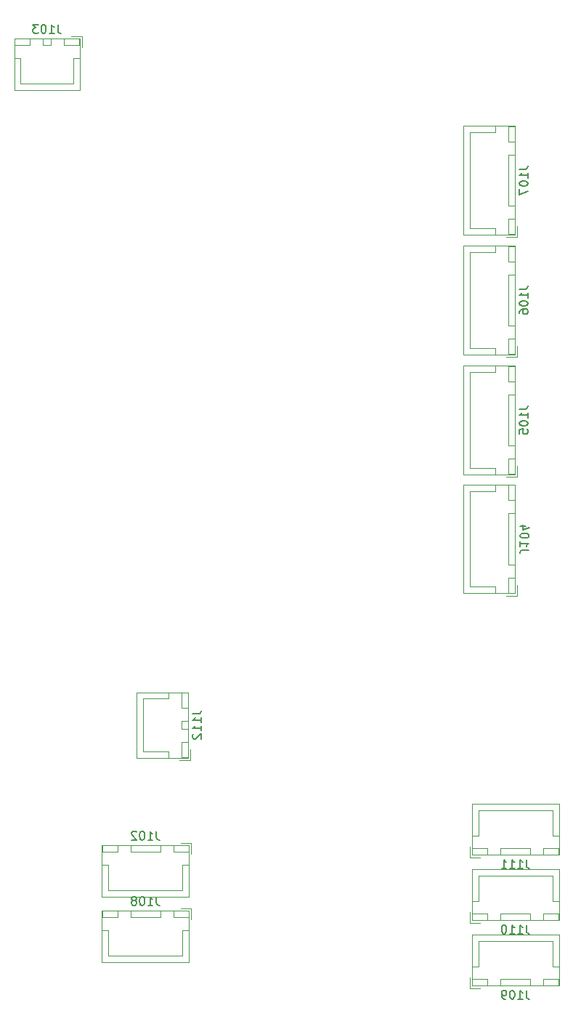
<source format=gbr>
G04 #@! TF.GenerationSoftware,KiCad,Pcbnew,(5.1.5)-3*
G04 #@! TF.CreationDate,2021-07-30T13:53:00+02:00*
G04 #@! TF.ProjectId,AnalogDrum_MIDI,416e616c-6f67-4447-9275-6d5f4d494449,rev?*
G04 #@! TF.SameCoordinates,Original*
G04 #@! TF.FileFunction,Legend,Bot*
G04 #@! TF.FilePolarity,Positive*
%FSLAX46Y46*%
G04 Gerber Fmt 4.6, Leading zero omitted, Abs format (unit mm)*
G04 Created by KiCad (PCBNEW (5.1.5)-3) date 2021-07-30 13:53:00*
%MOMM*%
%LPD*%
G04 APERTURE LIST*
%ADD10C,0.120000*%
%ADD11C,0.150000*%
G04 APERTURE END LIST*
D10*
X84030000Y-141280000D02*
X82780000Y-141280000D01*
X84030000Y-140030000D02*
X84030000Y-141280000D01*
X78530000Y-134130000D02*
X78530000Y-137180000D01*
X81480000Y-134130000D02*
X78530000Y-134130000D01*
X81480000Y-133380000D02*
X81480000Y-134130000D01*
X78530000Y-140230000D02*
X78530000Y-137180000D01*
X81480000Y-140230000D02*
X78530000Y-140230000D01*
X81480000Y-140980000D02*
X81480000Y-140230000D01*
X83730000Y-133380000D02*
X83730000Y-135180000D01*
X82980000Y-133380000D02*
X83730000Y-133380000D01*
X82980000Y-135180000D02*
X82980000Y-133380000D01*
X83730000Y-135180000D02*
X82980000Y-135180000D01*
X83730000Y-139180000D02*
X83730000Y-140980000D01*
X82980000Y-139180000D02*
X83730000Y-139180000D01*
X82980000Y-140980000D02*
X82980000Y-139180000D01*
X83730000Y-140980000D02*
X82980000Y-140980000D01*
X83730000Y-136680000D02*
X83730000Y-137680000D01*
X82980000Y-136680000D02*
X83730000Y-136680000D01*
X82980000Y-137680000D02*
X82980000Y-136680000D01*
X83730000Y-137680000D02*
X82980000Y-137680000D01*
X83740000Y-133370000D02*
X83740000Y-140990000D01*
X77770000Y-133370000D02*
X83740000Y-133370000D01*
X77770000Y-140990000D02*
X77770000Y-133370000D01*
X83740000Y-140990000D02*
X77770000Y-140990000D01*
X116570000Y-152610000D02*
X116570000Y-151360000D01*
X117820000Y-152610000D02*
X116570000Y-152610000D01*
X126220000Y-147110000D02*
X121920000Y-147110000D01*
X126220000Y-150060000D02*
X126220000Y-147110000D01*
X126970000Y-150060000D02*
X126220000Y-150060000D01*
X117620000Y-147110000D02*
X121920000Y-147110000D01*
X117620000Y-150060000D02*
X117620000Y-147110000D01*
X116870000Y-150060000D02*
X117620000Y-150060000D01*
X126970000Y-152310000D02*
X125170000Y-152310000D01*
X126970000Y-151560000D02*
X126970000Y-152310000D01*
X125170000Y-151560000D02*
X126970000Y-151560000D01*
X125170000Y-152310000D02*
X125170000Y-151560000D01*
X118670000Y-152310000D02*
X116870000Y-152310000D01*
X118670000Y-151560000D02*
X118670000Y-152310000D01*
X116870000Y-151560000D02*
X118670000Y-151560000D01*
X116870000Y-152310000D02*
X116870000Y-151560000D01*
X123670000Y-152310000D02*
X120170000Y-152310000D01*
X123670000Y-151560000D02*
X123670000Y-152310000D01*
X120170000Y-151560000D02*
X123670000Y-151560000D01*
X120170000Y-152310000D02*
X120170000Y-151560000D01*
X126980000Y-152320000D02*
X116860000Y-152320000D01*
X126980000Y-146350000D02*
X126980000Y-152320000D01*
X116860000Y-146350000D02*
X126980000Y-146350000D01*
X116860000Y-152320000D02*
X116860000Y-146350000D01*
X116570000Y-160230000D02*
X116570000Y-158980000D01*
X117820000Y-160230000D02*
X116570000Y-160230000D01*
X126220000Y-154730000D02*
X121920000Y-154730000D01*
X126220000Y-157680000D02*
X126220000Y-154730000D01*
X126970000Y-157680000D02*
X126220000Y-157680000D01*
X117620000Y-154730000D02*
X121920000Y-154730000D01*
X117620000Y-157680000D02*
X117620000Y-154730000D01*
X116870000Y-157680000D02*
X117620000Y-157680000D01*
X126970000Y-159930000D02*
X125170000Y-159930000D01*
X126970000Y-159180000D02*
X126970000Y-159930000D01*
X125170000Y-159180000D02*
X126970000Y-159180000D01*
X125170000Y-159930000D02*
X125170000Y-159180000D01*
X118670000Y-159930000D02*
X116870000Y-159930000D01*
X118670000Y-159180000D02*
X118670000Y-159930000D01*
X116870000Y-159180000D02*
X118670000Y-159180000D01*
X116870000Y-159930000D02*
X116870000Y-159180000D01*
X123670000Y-159930000D02*
X120170000Y-159930000D01*
X123670000Y-159180000D02*
X123670000Y-159930000D01*
X120170000Y-159180000D02*
X123670000Y-159180000D01*
X120170000Y-159930000D02*
X120170000Y-159180000D01*
X126980000Y-159940000D02*
X116860000Y-159940000D01*
X126980000Y-153970000D02*
X126980000Y-159940000D01*
X116860000Y-153970000D02*
X126980000Y-153970000D01*
X116860000Y-159940000D02*
X116860000Y-153970000D01*
X116570000Y-167850000D02*
X116570000Y-166600000D01*
X117820000Y-167850000D02*
X116570000Y-167850000D01*
X126220000Y-162350000D02*
X121920000Y-162350000D01*
X126220000Y-165300000D02*
X126220000Y-162350000D01*
X126970000Y-165300000D02*
X126220000Y-165300000D01*
X117620000Y-162350000D02*
X121920000Y-162350000D01*
X117620000Y-165300000D02*
X117620000Y-162350000D01*
X116870000Y-165300000D02*
X117620000Y-165300000D01*
X126970000Y-167550000D02*
X125170000Y-167550000D01*
X126970000Y-166800000D02*
X126970000Y-167550000D01*
X125170000Y-166800000D02*
X126970000Y-166800000D01*
X125170000Y-167550000D02*
X125170000Y-166800000D01*
X118670000Y-167550000D02*
X116870000Y-167550000D01*
X118670000Y-166800000D02*
X118670000Y-167550000D01*
X116870000Y-166800000D02*
X118670000Y-166800000D01*
X116870000Y-167550000D02*
X116870000Y-166800000D01*
X123670000Y-167550000D02*
X120170000Y-167550000D01*
X123670000Y-166800000D02*
X123670000Y-167550000D01*
X120170000Y-166800000D02*
X123670000Y-166800000D01*
X120170000Y-167550000D02*
X120170000Y-166800000D01*
X126980000Y-167560000D02*
X116860000Y-167560000D01*
X126980000Y-161590000D02*
X126980000Y-167560000D01*
X116860000Y-161590000D02*
X126980000Y-161590000D01*
X116860000Y-167560000D02*
X116860000Y-161590000D01*
X84130000Y-158540000D02*
X84130000Y-159790000D01*
X82880000Y-158540000D02*
X84130000Y-158540000D01*
X74480000Y-164040000D02*
X78780000Y-164040000D01*
X74480000Y-161090000D02*
X74480000Y-164040000D01*
X73730000Y-161090000D02*
X74480000Y-161090000D01*
X83080000Y-164040000D02*
X78780000Y-164040000D01*
X83080000Y-161090000D02*
X83080000Y-164040000D01*
X83830000Y-161090000D02*
X83080000Y-161090000D01*
X73730000Y-158840000D02*
X75530000Y-158840000D01*
X73730000Y-159590000D02*
X73730000Y-158840000D01*
X75530000Y-159590000D02*
X73730000Y-159590000D01*
X75530000Y-158840000D02*
X75530000Y-159590000D01*
X82030000Y-158840000D02*
X83830000Y-158840000D01*
X82030000Y-159590000D02*
X82030000Y-158840000D01*
X83830000Y-159590000D02*
X82030000Y-159590000D01*
X83830000Y-158840000D02*
X83830000Y-159590000D01*
X77030000Y-158840000D02*
X80530000Y-158840000D01*
X77030000Y-159590000D02*
X77030000Y-158840000D01*
X80530000Y-159590000D02*
X77030000Y-159590000D01*
X80530000Y-158840000D02*
X80530000Y-159590000D01*
X73720000Y-158830000D02*
X83840000Y-158830000D01*
X73720000Y-164800000D02*
X73720000Y-158830000D01*
X83840000Y-164800000D02*
X73720000Y-164800000D01*
X83840000Y-158830000D02*
X83840000Y-164800000D01*
X122130000Y-80320000D02*
X120880000Y-80320000D01*
X122130000Y-79070000D02*
X122130000Y-80320000D01*
X116630000Y-68170000D02*
X116630000Y-73720000D01*
X119580000Y-68170000D02*
X116630000Y-68170000D01*
X119580000Y-67420000D02*
X119580000Y-68170000D01*
X116630000Y-79270000D02*
X116630000Y-73720000D01*
X119580000Y-79270000D02*
X116630000Y-79270000D01*
X119580000Y-80020000D02*
X119580000Y-79270000D01*
X121830000Y-67420000D02*
X121830000Y-69220000D01*
X121080000Y-67420000D02*
X121830000Y-67420000D01*
X121080000Y-69220000D02*
X121080000Y-67420000D01*
X121830000Y-69220000D02*
X121080000Y-69220000D01*
X121830000Y-78220000D02*
X121830000Y-80020000D01*
X121080000Y-78220000D02*
X121830000Y-78220000D01*
X121080000Y-80020000D02*
X121080000Y-78220000D01*
X121830000Y-80020000D02*
X121080000Y-80020000D01*
X121830000Y-70720000D02*
X121830000Y-76720000D01*
X121080000Y-70720000D02*
X121830000Y-70720000D01*
X121080000Y-76720000D02*
X121080000Y-70720000D01*
X121830000Y-76720000D02*
X121080000Y-76720000D01*
X121840000Y-67410000D02*
X121840000Y-80030000D01*
X115870000Y-67410000D02*
X121840000Y-67410000D01*
X115870000Y-80030000D02*
X115870000Y-67410000D01*
X121840000Y-80030000D02*
X115870000Y-80030000D01*
X122130000Y-94290000D02*
X120880000Y-94290000D01*
X122130000Y-93040000D02*
X122130000Y-94290000D01*
X116630000Y-82140000D02*
X116630000Y-87690000D01*
X119580000Y-82140000D02*
X116630000Y-82140000D01*
X119580000Y-81390000D02*
X119580000Y-82140000D01*
X116630000Y-93240000D02*
X116630000Y-87690000D01*
X119580000Y-93240000D02*
X116630000Y-93240000D01*
X119580000Y-93990000D02*
X119580000Y-93240000D01*
X121830000Y-81390000D02*
X121830000Y-83190000D01*
X121080000Y-81390000D02*
X121830000Y-81390000D01*
X121080000Y-83190000D02*
X121080000Y-81390000D01*
X121830000Y-83190000D02*
X121080000Y-83190000D01*
X121830000Y-92190000D02*
X121830000Y-93990000D01*
X121080000Y-92190000D02*
X121830000Y-92190000D01*
X121080000Y-93990000D02*
X121080000Y-92190000D01*
X121830000Y-93990000D02*
X121080000Y-93990000D01*
X121830000Y-84690000D02*
X121830000Y-90690000D01*
X121080000Y-84690000D02*
X121830000Y-84690000D01*
X121080000Y-90690000D02*
X121080000Y-84690000D01*
X121830000Y-90690000D02*
X121080000Y-90690000D01*
X121840000Y-81380000D02*
X121840000Y-94000000D01*
X115870000Y-81380000D02*
X121840000Y-81380000D01*
X115870000Y-94000000D02*
X115870000Y-81380000D01*
X121840000Y-94000000D02*
X115870000Y-94000000D01*
X122130000Y-108260000D02*
X120880000Y-108260000D01*
X122130000Y-107010000D02*
X122130000Y-108260000D01*
X116630000Y-96110000D02*
X116630000Y-101660000D01*
X119580000Y-96110000D02*
X116630000Y-96110000D01*
X119580000Y-95360000D02*
X119580000Y-96110000D01*
X116630000Y-107210000D02*
X116630000Y-101660000D01*
X119580000Y-107210000D02*
X116630000Y-107210000D01*
X119580000Y-107960000D02*
X119580000Y-107210000D01*
X121830000Y-95360000D02*
X121830000Y-97160000D01*
X121080000Y-95360000D02*
X121830000Y-95360000D01*
X121080000Y-97160000D02*
X121080000Y-95360000D01*
X121830000Y-97160000D02*
X121080000Y-97160000D01*
X121830000Y-106160000D02*
X121830000Y-107960000D01*
X121080000Y-106160000D02*
X121830000Y-106160000D01*
X121080000Y-107960000D02*
X121080000Y-106160000D01*
X121830000Y-107960000D02*
X121080000Y-107960000D01*
X121830000Y-98660000D02*
X121830000Y-104660000D01*
X121080000Y-98660000D02*
X121830000Y-98660000D01*
X121080000Y-104660000D02*
X121080000Y-98660000D01*
X121830000Y-104660000D02*
X121080000Y-104660000D01*
X121840000Y-95350000D02*
X121840000Y-107970000D01*
X115870000Y-95350000D02*
X121840000Y-95350000D01*
X115870000Y-107970000D02*
X115870000Y-95350000D01*
X121840000Y-107970000D02*
X115870000Y-107970000D01*
X122130000Y-122110000D02*
X120880000Y-122110000D01*
X122130000Y-120860000D02*
X122130000Y-122110000D01*
X116630000Y-109960000D02*
X116630000Y-115510000D01*
X119580000Y-109960000D02*
X116630000Y-109960000D01*
X119580000Y-109210000D02*
X119580000Y-109960000D01*
X116630000Y-121060000D02*
X116630000Y-115510000D01*
X119580000Y-121060000D02*
X116630000Y-121060000D01*
X119580000Y-121810000D02*
X119580000Y-121060000D01*
X121830000Y-109210000D02*
X121830000Y-111010000D01*
X121080000Y-109210000D02*
X121830000Y-109210000D01*
X121080000Y-111010000D02*
X121080000Y-109210000D01*
X121830000Y-111010000D02*
X121080000Y-111010000D01*
X121830000Y-120010000D02*
X121830000Y-121810000D01*
X121080000Y-120010000D02*
X121830000Y-120010000D01*
X121080000Y-121810000D02*
X121080000Y-120010000D01*
X121830000Y-121810000D02*
X121080000Y-121810000D01*
X121830000Y-112510000D02*
X121830000Y-118510000D01*
X121080000Y-112510000D02*
X121830000Y-112510000D01*
X121080000Y-118510000D02*
X121080000Y-112510000D01*
X121830000Y-118510000D02*
X121080000Y-118510000D01*
X121840000Y-109200000D02*
X121840000Y-121820000D01*
X115870000Y-109200000D02*
X121840000Y-109200000D01*
X115870000Y-121820000D02*
X115870000Y-109200000D01*
X121840000Y-121820000D02*
X115870000Y-121820000D01*
X71390000Y-56940000D02*
X71390000Y-58190000D01*
X70140000Y-56940000D02*
X71390000Y-56940000D01*
X64240000Y-62440000D02*
X67290000Y-62440000D01*
X64240000Y-59490000D02*
X64240000Y-62440000D01*
X63490000Y-59490000D02*
X64240000Y-59490000D01*
X70340000Y-62440000D02*
X67290000Y-62440000D01*
X70340000Y-59490000D02*
X70340000Y-62440000D01*
X71090000Y-59490000D02*
X70340000Y-59490000D01*
X63490000Y-57240000D02*
X65290000Y-57240000D01*
X63490000Y-57990000D02*
X63490000Y-57240000D01*
X65290000Y-57990000D02*
X63490000Y-57990000D01*
X65290000Y-57240000D02*
X65290000Y-57990000D01*
X69290000Y-57240000D02*
X71090000Y-57240000D01*
X69290000Y-57990000D02*
X69290000Y-57240000D01*
X71090000Y-57990000D02*
X69290000Y-57990000D01*
X71090000Y-57240000D02*
X71090000Y-57990000D01*
X66790000Y-57240000D02*
X67790000Y-57240000D01*
X66790000Y-57990000D02*
X66790000Y-57240000D01*
X67790000Y-57990000D02*
X66790000Y-57990000D01*
X67790000Y-57240000D02*
X67790000Y-57990000D01*
X63480000Y-57230000D02*
X71100000Y-57230000D01*
X63480000Y-63200000D02*
X63480000Y-57230000D01*
X71100000Y-63200000D02*
X63480000Y-63200000D01*
X71100000Y-57230000D02*
X71100000Y-63200000D01*
X84130000Y-150920000D02*
X84130000Y-152170000D01*
X82880000Y-150920000D02*
X84130000Y-150920000D01*
X74480000Y-156420000D02*
X78780000Y-156420000D01*
X74480000Y-153470000D02*
X74480000Y-156420000D01*
X73730000Y-153470000D02*
X74480000Y-153470000D01*
X83080000Y-156420000D02*
X78780000Y-156420000D01*
X83080000Y-153470000D02*
X83080000Y-156420000D01*
X83830000Y-153470000D02*
X83080000Y-153470000D01*
X73730000Y-151220000D02*
X75530000Y-151220000D01*
X73730000Y-151970000D02*
X73730000Y-151220000D01*
X75530000Y-151970000D02*
X73730000Y-151970000D01*
X75530000Y-151220000D02*
X75530000Y-151970000D01*
X82030000Y-151220000D02*
X83830000Y-151220000D01*
X82030000Y-151970000D02*
X82030000Y-151220000D01*
X83830000Y-151970000D02*
X82030000Y-151970000D01*
X83830000Y-151220000D02*
X83830000Y-151970000D01*
X77030000Y-151220000D02*
X80530000Y-151220000D01*
X77030000Y-151970000D02*
X77030000Y-151220000D01*
X80530000Y-151970000D02*
X77030000Y-151970000D01*
X80530000Y-151220000D02*
X80530000Y-151970000D01*
X73720000Y-151210000D02*
X83840000Y-151210000D01*
X73720000Y-157180000D02*
X73720000Y-151210000D01*
X83840000Y-157180000D02*
X73720000Y-157180000D01*
X83840000Y-151210000D02*
X83840000Y-157180000D01*
D11*
X84282380Y-135894285D02*
X84996666Y-135894285D01*
X85139523Y-135846666D01*
X85234761Y-135751428D01*
X85282380Y-135608571D01*
X85282380Y-135513333D01*
X85282380Y-136894285D02*
X85282380Y-136322857D01*
X85282380Y-136608571D02*
X84282380Y-136608571D01*
X84425238Y-136513333D01*
X84520476Y-136418095D01*
X84568095Y-136322857D01*
X85282380Y-137846666D02*
X85282380Y-137275238D01*
X85282380Y-137560952D02*
X84282380Y-137560952D01*
X84425238Y-137465714D01*
X84520476Y-137370476D01*
X84568095Y-137275238D01*
X84377619Y-138227619D02*
X84330000Y-138275238D01*
X84282380Y-138370476D01*
X84282380Y-138608571D01*
X84330000Y-138703809D01*
X84377619Y-138751428D01*
X84472857Y-138799047D01*
X84568095Y-138799047D01*
X84710952Y-138751428D01*
X85282380Y-138180000D01*
X85282380Y-138799047D01*
X123205714Y-152862380D02*
X123205714Y-153576666D01*
X123253333Y-153719523D01*
X123348571Y-153814761D01*
X123491428Y-153862380D01*
X123586666Y-153862380D01*
X122205714Y-153862380D02*
X122777142Y-153862380D01*
X122491428Y-153862380D02*
X122491428Y-152862380D01*
X122586666Y-153005238D01*
X122681904Y-153100476D01*
X122777142Y-153148095D01*
X121253333Y-153862380D02*
X121824761Y-153862380D01*
X121539047Y-153862380D02*
X121539047Y-152862380D01*
X121634285Y-153005238D01*
X121729523Y-153100476D01*
X121824761Y-153148095D01*
X120300952Y-153862380D02*
X120872380Y-153862380D01*
X120586666Y-153862380D02*
X120586666Y-152862380D01*
X120681904Y-153005238D01*
X120777142Y-153100476D01*
X120872380Y-153148095D01*
X123205714Y-160482380D02*
X123205714Y-161196666D01*
X123253333Y-161339523D01*
X123348571Y-161434761D01*
X123491428Y-161482380D01*
X123586666Y-161482380D01*
X122205714Y-161482380D02*
X122777142Y-161482380D01*
X122491428Y-161482380D02*
X122491428Y-160482380D01*
X122586666Y-160625238D01*
X122681904Y-160720476D01*
X122777142Y-160768095D01*
X121253333Y-161482380D02*
X121824761Y-161482380D01*
X121539047Y-161482380D02*
X121539047Y-160482380D01*
X121634285Y-160625238D01*
X121729523Y-160720476D01*
X121824761Y-160768095D01*
X120634285Y-160482380D02*
X120539047Y-160482380D01*
X120443809Y-160530000D01*
X120396190Y-160577619D01*
X120348571Y-160672857D01*
X120300952Y-160863333D01*
X120300952Y-161101428D01*
X120348571Y-161291904D01*
X120396190Y-161387142D01*
X120443809Y-161434761D01*
X120539047Y-161482380D01*
X120634285Y-161482380D01*
X120729523Y-161434761D01*
X120777142Y-161387142D01*
X120824761Y-161291904D01*
X120872380Y-161101428D01*
X120872380Y-160863333D01*
X120824761Y-160672857D01*
X120777142Y-160577619D01*
X120729523Y-160530000D01*
X120634285Y-160482380D01*
X123205714Y-168102380D02*
X123205714Y-168816666D01*
X123253333Y-168959523D01*
X123348571Y-169054761D01*
X123491428Y-169102380D01*
X123586666Y-169102380D01*
X122205714Y-169102380D02*
X122777142Y-169102380D01*
X122491428Y-169102380D02*
X122491428Y-168102380D01*
X122586666Y-168245238D01*
X122681904Y-168340476D01*
X122777142Y-168388095D01*
X121586666Y-168102380D02*
X121491428Y-168102380D01*
X121396190Y-168150000D01*
X121348571Y-168197619D01*
X121300952Y-168292857D01*
X121253333Y-168483333D01*
X121253333Y-168721428D01*
X121300952Y-168911904D01*
X121348571Y-169007142D01*
X121396190Y-169054761D01*
X121491428Y-169102380D01*
X121586666Y-169102380D01*
X121681904Y-169054761D01*
X121729523Y-169007142D01*
X121777142Y-168911904D01*
X121824761Y-168721428D01*
X121824761Y-168483333D01*
X121777142Y-168292857D01*
X121729523Y-168197619D01*
X121681904Y-168150000D01*
X121586666Y-168102380D01*
X120777142Y-169102380D02*
X120586666Y-169102380D01*
X120491428Y-169054761D01*
X120443809Y-169007142D01*
X120348571Y-168864285D01*
X120300952Y-168673809D01*
X120300952Y-168292857D01*
X120348571Y-168197619D01*
X120396190Y-168150000D01*
X120491428Y-168102380D01*
X120681904Y-168102380D01*
X120777142Y-168150000D01*
X120824761Y-168197619D01*
X120872380Y-168292857D01*
X120872380Y-168530952D01*
X120824761Y-168626190D01*
X120777142Y-168673809D01*
X120681904Y-168721428D01*
X120491428Y-168721428D01*
X120396190Y-168673809D01*
X120348571Y-168626190D01*
X120300952Y-168530952D01*
X80065714Y-157192380D02*
X80065714Y-157906666D01*
X80113333Y-158049523D01*
X80208571Y-158144761D01*
X80351428Y-158192380D01*
X80446666Y-158192380D01*
X79065714Y-158192380D02*
X79637142Y-158192380D01*
X79351428Y-158192380D02*
X79351428Y-157192380D01*
X79446666Y-157335238D01*
X79541904Y-157430476D01*
X79637142Y-157478095D01*
X78446666Y-157192380D02*
X78351428Y-157192380D01*
X78256190Y-157240000D01*
X78208571Y-157287619D01*
X78160952Y-157382857D01*
X78113333Y-157573333D01*
X78113333Y-157811428D01*
X78160952Y-158001904D01*
X78208571Y-158097142D01*
X78256190Y-158144761D01*
X78351428Y-158192380D01*
X78446666Y-158192380D01*
X78541904Y-158144761D01*
X78589523Y-158097142D01*
X78637142Y-158001904D01*
X78684761Y-157811428D01*
X78684761Y-157573333D01*
X78637142Y-157382857D01*
X78589523Y-157287619D01*
X78541904Y-157240000D01*
X78446666Y-157192380D01*
X77541904Y-157620952D02*
X77637142Y-157573333D01*
X77684761Y-157525714D01*
X77732380Y-157430476D01*
X77732380Y-157382857D01*
X77684761Y-157287619D01*
X77637142Y-157240000D01*
X77541904Y-157192380D01*
X77351428Y-157192380D01*
X77256190Y-157240000D01*
X77208571Y-157287619D01*
X77160952Y-157382857D01*
X77160952Y-157430476D01*
X77208571Y-157525714D01*
X77256190Y-157573333D01*
X77351428Y-157620952D01*
X77541904Y-157620952D01*
X77637142Y-157668571D01*
X77684761Y-157716190D01*
X77732380Y-157811428D01*
X77732380Y-158001904D01*
X77684761Y-158097142D01*
X77637142Y-158144761D01*
X77541904Y-158192380D01*
X77351428Y-158192380D01*
X77256190Y-158144761D01*
X77208571Y-158097142D01*
X77160952Y-158001904D01*
X77160952Y-157811428D01*
X77208571Y-157716190D01*
X77256190Y-157668571D01*
X77351428Y-157620952D01*
X122382380Y-72434285D02*
X123096666Y-72434285D01*
X123239523Y-72386666D01*
X123334761Y-72291428D01*
X123382380Y-72148571D01*
X123382380Y-72053333D01*
X123382380Y-73434285D02*
X123382380Y-72862857D01*
X123382380Y-73148571D02*
X122382380Y-73148571D01*
X122525238Y-73053333D01*
X122620476Y-72958095D01*
X122668095Y-72862857D01*
X122382380Y-74053333D02*
X122382380Y-74148571D01*
X122430000Y-74243809D01*
X122477619Y-74291428D01*
X122572857Y-74339047D01*
X122763333Y-74386666D01*
X123001428Y-74386666D01*
X123191904Y-74339047D01*
X123287142Y-74291428D01*
X123334761Y-74243809D01*
X123382380Y-74148571D01*
X123382380Y-74053333D01*
X123334761Y-73958095D01*
X123287142Y-73910476D01*
X123191904Y-73862857D01*
X123001428Y-73815238D01*
X122763333Y-73815238D01*
X122572857Y-73862857D01*
X122477619Y-73910476D01*
X122430000Y-73958095D01*
X122382380Y-74053333D01*
X122382380Y-74720000D02*
X122382380Y-75386666D01*
X123382380Y-74958095D01*
X122382380Y-86404285D02*
X123096666Y-86404285D01*
X123239523Y-86356666D01*
X123334761Y-86261428D01*
X123382380Y-86118571D01*
X123382380Y-86023333D01*
X123382380Y-87404285D02*
X123382380Y-86832857D01*
X123382380Y-87118571D02*
X122382380Y-87118571D01*
X122525238Y-87023333D01*
X122620476Y-86928095D01*
X122668095Y-86832857D01*
X122382380Y-88023333D02*
X122382380Y-88118571D01*
X122430000Y-88213809D01*
X122477619Y-88261428D01*
X122572857Y-88309047D01*
X122763333Y-88356666D01*
X123001428Y-88356666D01*
X123191904Y-88309047D01*
X123287142Y-88261428D01*
X123334761Y-88213809D01*
X123382380Y-88118571D01*
X123382380Y-88023333D01*
X123334761Y-87928095D01*
X123287142Y-87880476D01*
X123191904Y-87832857D01*
X123001428Y-87785238D01*
X122763333Y-87785238D01*
X122572857Y-87832857D01*
X122477619Y-87880476D01*
X122430000Y-87928095D01*
X122382380Y-88023333D01*
X122382380Y-89213809D02*
X122382380Y-89023333D01*
X122430000Y-88928095D01*
X122477619Y-88880476D01*
X122620476Y-88785238D01*
X122810952Y-88737619D01*
X123191904Y-88737619D01*
X123287142Y-88785238D01*
X123334761Y-88832857D01*
X123382380Y-88928095D01*
X123382380Y-89118571D01*
X123334761Y-89213809D01*
X123287142Y-89261428D01*
X123191904Y-89309047D01*
X122953809Y-89309047D01*
X122858571Y-89261428D01*
X122810952Y-89213809D01*
X122763333Y-89118571D01*
X122763333Y-88928095D01*
X122810952Y-88832857D01*
X122858571Y-88785238D01*
X122953809Y-88737619D01*
X122382380Y-100374285D02*
X123096666Y-100374285D01*
X123239523Y-100326666D01*
X123334761Y-100231428D01*
X123382380Y-100088571D01*
X123382380Y-99993333D01*
X123382380Y-101374285D02*
X123382380Y-100802857D01*
X123382380Y-101088571D02*
X122382380Y-101088571D01*
X122525238Y-100993333D01*
X122620476Y-100898095D01*
X122668095Y-100802857D01*
X122382380Y-101993333D02*
X122382380Y-102088571D01*
X122430000Y-102183809D01*
X122477619Y-102231428D01*
X122572857Y-102279047D01*
X122763333Y-102326666D01*
X123001428Y-102326666D01*
X123191904Y-102279047D01*
X123287142Y-102231428D01*
X123334761Y-102183809D01*
X123382380Y-102088571D01*
X123382380Y-101993333D01*
X123334761Y-101898095D01*
X123287142Y-101850476D01*
X123191904Y-101802857D01*
X123001428Y-101755238D01*
X122763333Y-101755238D01*
X122572857Y-101802857D01*
X122477619Y-101850476D01*
X122430000Y-101898095D01*
X122382380Y-101993333D01*
X122382380Y-103231428D02*
X122382380Y-102755238D01*
X122858571Y-102707619D01*
X122810952Y-102755238D01*
X122763333Y-102850476D01*
X122763333Y-103088571D01*
X122810952Y-103183809D01*
X122858571Y-103231428D01*
X122953809Y-103279047D01*
X123191904Y-103279047D01*
X123287142Y-103231428D01*
X123334761Y-103183809D01*
X123382380Y-103088571D01*
X123382380Y-102850476D01*
X123334761Y-102755238D01*
X123287142Y-102707619D01*
X123477619Y-116795714D02*
X122763333Y-116795714D01*
X122620476Y-116843333D01*
X122525238Y-116938571D01*
X122477619Y-117081428D01*
X122477619Y-117176666D01*
X122477619Y-115795714D02*
X122477619Y-116367142D01*
X122477619Y-116081428D02*
X123477619Y-116081428D01*
X123334761Y-116176666D01*
X123239523Y-116271904D01*
X123191904Y-116367142D01*
X123477619Y-115176666D02*
X123477619Y-115081428D01*
X123430000Y-114986190D01*
X123382380Y-114938571D01*
X123287142Y-114890952D01*
X123096666Y-114843333D01*
X122858571Y-114843333D01*
X122668095Y-114890952D01*
X122572857Y-114938571D01*
X122525238Y-114986190D01*
X122477619Y-115081428D01*
X122477619Y-115176666D01*
X122525238Y-115271904D01*
X122572857Y-115319523D01*
X122668095Y-115367142D01*
X122858571Y-115414761D01*
X123096666Y-115414761D01*
X123287142Y-115367142D01*
X123382380Y-115319523D01*
X123430000Y-115271904D01*
X123477619Y-115176666D01*
X123144285Y-113986190D02*
X122477619Y-113986190D01*
X123525238Y-114224285D02*
X122810952Y-114462380D01*
X122810952Y-113843333D01*
X68575714Y-55592380D02*
X68575714Y-56306666D01*
X68623333Y-56449523D01*
X68718571Y-56544761D01*
X68861428Y-56592380D01*
X68956666Y-56592380D01*
X67575714Y-56592380D02*
X68147142Y-56592380D01*
X67861428Y-56592380D02*
X67861428Y-55592380D01*
X67956666Y-55735238D01*
X68051904Y-55830476D01*
X68147142Y-55878095D01*
X66956666Y-55592380D02*
X66861428Y-55592380D01*
X66766190Y-55640000D01*
X66718571Y-55687619D01*
X66670952Y-55782857D01*
X66623333Y-55973333D01*
X66623333Y-56211428D01*
X66670952Y-56401904D01*
X66718571Y-56497142D01*
X66766190Y-56544761D01*
X66861428Y-56592380D01*
X66956666Y-56592380D01*
X67051904Y-56544761D01*
X67099523Y-56497142D01*
X67147142Y-56401904D01*
X67194761Y-56211428D01*
X67194761Y-55973333D01*
X67147142Y-55782857D01*
X67099523Y-55687619D01*
X67051904Y-55640000D01*
X66956666Y-55592380D01*
X66290000Y-55592380D02*
X65670952Y-55592380D01*
X66004285Y-55973333D01*
X65861428Y-55973333D01*
X65766190Y-56020952D01*
X65718571Y-56068571D01*
X65670952Y-56163809D01*
X65670952Y-56401904D01*
X65718571Y-56497142D01*
X65766190Y-56544761D01*
X65861428Y-56592380D01*
X66147142Y-56592380D01*
X66242380Y-56544761D01*
X66290000Y-56497142D01*
X80065714Y-149572380D02*
X80065714Y-150286666D01*
X80113333Y-150429523D01*
X80208571Y-150524761D01*
X80351428Y-150572380D01*
X80446666Y-150572380D01*
X79065714Y-150572380D02*
X79637142Y-150572380D01*
X79351428Y-150572380D02*
X79351428Y-149572380D01*
X79446666Y-149715238D01*
X79541904Y-149810476D01*
X79637142Y-149858095D01*
X78446666Y-149572380D02*
X78351428Y-149572380D01*
X78256190Y-149620000D01*
X78208571Y-149667619D01*
X78160952Y-149762857D01*
X78113333Y-149953333D01*
X78113333Y-150191428D01*
X78160952Y-150381904D01*
X78208571Y-150477142D01*
X78256190Y-150524761D01*
X78351428Y-150572380D01*
X78446666Y-150572380D01*
X78541904Y-150524761D01*
X78589523Y-150477142D01*
X78637142Y-150381904D01*
X78684761Y-150191428D01*
X78684761Y-149953333D01*
X78637142Y-149762857D01*
X78589523Y-149667619D01*
X78541904Y-149620000D01*
X78446666Y-149572380D01*
X77732380Y-149667619D02*
X77684761Y-149620000D01*
X77589523Y-149572380D01*
X77351428Y-149572380D01*
X77256190Y-149620000D01*
X77208571Y-149667619D01*
X77160952Y-149762857D01*
X77160952Y-149858095D01*
X77208571Y-150000952D01*
X77780000Y-150572380D01*
X77160952Y-150572380D01*
M02*

</source>
